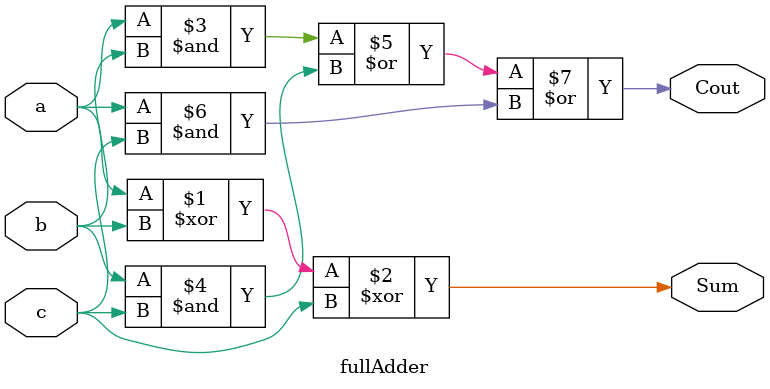
<source format=v>
module fullAdder (Cout,Sum,a,b,c);
	input a,b,c;
	output Cout,Sum;
	assign Sum=a^b^c;
	assign Cout=(a&b)|(b&c)|(a&c);
endmodule

</source>
